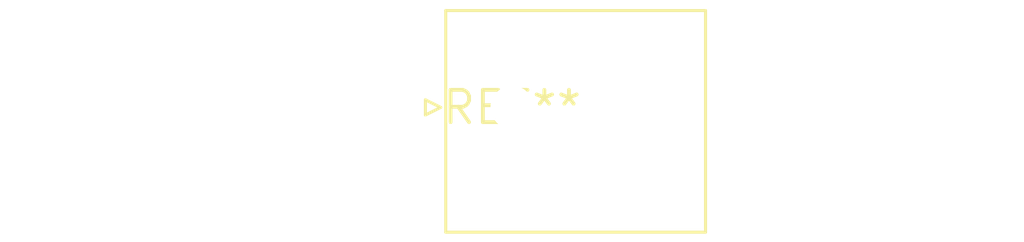
<source format=kicad_pcb>
(kicad_pcb (version 20240108) (generator pcbnew)
  (layers (0 "F.Cu" signal) (31 "B.Cu" signal) (34 "B.Paste" user) (35 "F.Paste" user) (36 "B.SilkS" user "B.Silkscreen") (37 "F.SilkS" user "F.Silkscreen") (38 "B.Mask" user) (39 "F.Mask" user) (44 "Edge.Cuts" user))
  (net 0 "")
  (footprint "JST_NV_B02P-NV_1x02_P5.00mm_Vertical" (layer "F.Cu") (at 0 0)
    (property "Reference" "REF**")
    (property "Value" "JST_NV_B02P-NV_1x02_P5.00mm_Vertical")
    (fp_line (start -3.41 -0.3) (end -2.81 0) (layer "F.SilkS") (stroke (width 0.12)))
    (fp_line (start -3.41 0.3) (end -3.41 -0.3) (layer "F.SilkS") (stroke (width 0.12)))
    (fp_line (start -2.81 0) (end -3.41 0.3) (layer "F.SilkS") (stroke (width 0.12)))
    (fp_line (start -2.61 -3.81) (end -2.61 4.91) (layer "F.SilkS") (stroke (width 0.12)))
    (fp_line (start -2.61 4.91) (end 7.61 4.91) (layer "F.SilkS") (stroke (width 0.12)))
    (fp_line (start 7.61 -3.81) (end -2.61 -3.81) (layer "F.SilkS") (stroke (width 0.12)))
    (fp_line (start 7.61 4.91) (end 7.61 -3.81) (layer "F.SilkS") (stroke (width 0.12)))
    (pad "1" thru_hole roundrect (at 0 0) (size 2.7 2.7) (drill 1.7) (layers *.Cu *.Mask) (remove_unused_layers) (roundrect_rratio 0.092593))
    (pad "2" thru_hole circle (at 5 0) (size 2.7 2.7) (drill 1.7) (layers *.Cu *.Mask) (remove_unused_layers))
  )
)
</source>
